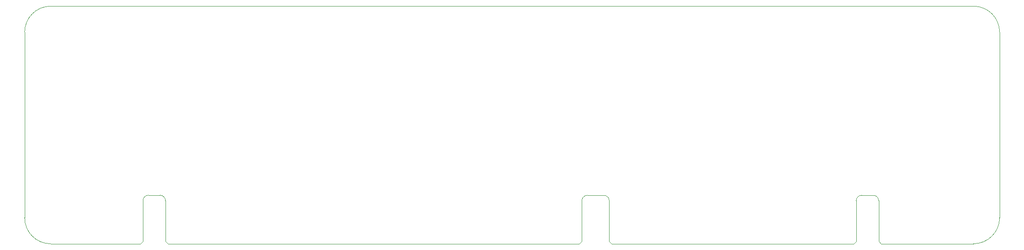
<source format=gm1>
%TF.GenerationSoftware,KiCad,Pcbnew,8.0.4*%
%TF.CreationDate,2024-09-12T15:56:36+02:00*%
%TF.ProjectId,Memory Board,4d656d6f-7279-4204-926f-6172642e6b69,V0*%
%TF.SameCoordinates,PX26c1e00PY122ae10*%
%TF.FileFunction,Profile,NP*%
%FSLAX46Y46*%
G04 Gerber Fmt 4.6, Leading zero omitted, Abs format (unit mm)*
G04 Created by KiCad (PCBNEW 8.0.4) date 2024-09-12 15:56:36*
%MOMM*%
%LPD*%
G01*
G04 APERTURE LIST*
%TA.AperFunction,Profile*%
%ADD10C,0.100000*%
%TD*%
G04 APERTURE END LIST*
D10*
X179078001Y-144137000D02*
X161099296Y-144145000D01*
X184158001Y-139057000D02*
G75*
G02*
X179078001Y-144137000I-5080001J1D01*
G01*
X-5842000Y-139065000D02*
X-5842000Y-102870000D01*
X179078000Y-97790000D02*
X-762000Y-97790000D01*
X-5842000Y-102870000D02*
G75*
G02*
X-762000Y-97790000I5080000J0D01*
G01*
X-762000Y-144145000D02*
G75*
G02*
X-5842000Y-139065000I0J5080000D01*
G01*
X184158001Y-139057000D02*
X184158000Y-102870000D01*
X16713200Y-144145000D02*
X-762000Y-144145001D01*
X179078000Y-97790000D02*
G75*
G02*
X184158000Y-102870000I0J-5080000D01*
G01*
%TO.C,J1*%
X17213200Y-135732000D02*
X17213200Y-143645000D01*
X17213200Y-143645000D02*
X16713200Y-144145000D01*
X20523200Y-134665201D02*
X18290248Y-134665201D01*
X21600248Y-135732000D02*
X21600248Y-143645000D01*
X21600248Y-143645000D02*
X22100248Y-144145000D01*
X102253248Y-144145000D02*
X22100248Y-144145000D01*
X102753248Y-135745000D02*
X102753248Y-143645000D01*
X102753248Y-143645000D02*
X102253248Y-144145000D01*
X103830296Y-134678201D02*
X107010200Y-134678201D01*
X108087248Y-135745000D02*
X108087248Y-143645000D01*
X108087248Y-143645000D02*
X108587248Y-144145000D01*
X155712248Y-144145000D02*
X108587248Y-144145000D01*
X156212248Y-135745000D02*
X156212248Y-143645000D01*
X156212248Y-143645000D02*
X155712248Y-144145000D01*
X157289296Y-134678201D02*
X159522248Y-134678201D01*
X160599296Y-135745000D02*
X160599296Y-143645000D01*
X160599296Y-143645000D02*
X161099296Y-144145000D01*
X17213200Y-135732000D02*
G75*
G02*
X18290248Y-134665201I1071932J-5133D01*
G01*
X20523200Y-134665201D02*
G75*
G02*
X21600249Y-135732000I5130J-1071919D01*
G01*
X102753248Y-135745000D02*
G75*
G02*
X103830296Y-134678248I1071852J-5100D01*
G01*
X107010200Y-134678201D02*
G75*
G02*
X108087299Y-135745000I5100J-1071999D01*
G01*
X156212248Y-135745000D02*
G75*
G02*
X157289296Y-134678248I1071852J-5100D01*
G01*
X159522248Y-134678201D02*
G75*
G02*
X160599299Y-135745000I5152J-1071899D01*
G01*
%TD*%
M02*

</source>
